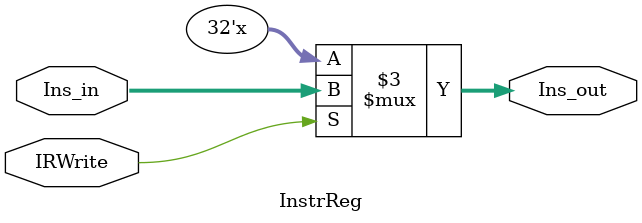
<source format=v>
`timescale 1ns / 1ps
module InstrReg(
	 input IRWrite,
	 input [31:0] Ins_in,
	 output reg [31:0] Ins_out
	 );
always@(*)
	begin
	if (IRWrite)
	begin
	Ins_out <= Ins_in;
	end
	else begin
	Ins_out <= Ins_out;
	end
	end
endmodule

</source>
